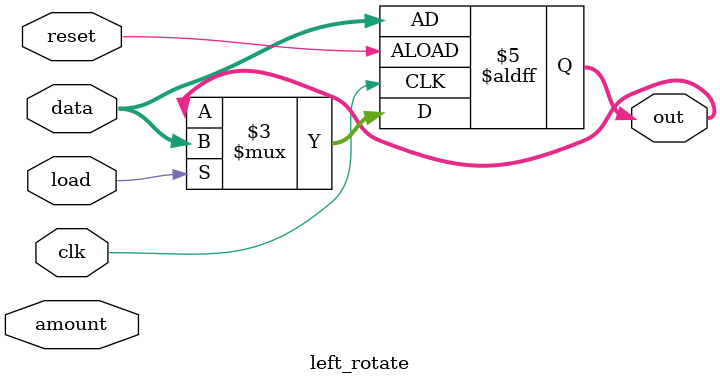
<source format=v>
module left_rotate(clk,reset,amount,data,load,out);
input clk,reset;
input [2:0] amount;
input [7:0] data;
input load;
output reg [7:0] out;
// when load is high, load data to out
// shift left and rotate the register out by amount bits
always @(posedge clk or posedge reset)
begin
	if (reset) out <= data;
	else if (load) out <= data;
	else if (amount != 0) begin
	// shift left
	// rotate
	end
end
endmodule

</source>
